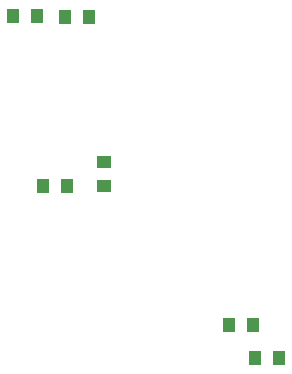
<source format=gbp>
%FSLAX24Y24*%
%MOIN*%
G70*
G01*
G75*
G04 Layer_Color=128*
%ADD10R,0.0400X0.0500*%
%ADD11R,0.0200X0.0500*%
%ADD12C,0.0236*%
%ADD13C,0.0315*%
%ADD14R,0.1200X0.1200*%
%ADD15C,0.1200*%
%ADD16O,0.0787X0.0591*%
%ADD17O,0.1500X0.0700*%
%ADD18R,0.1500X0.0700*%
%ADD19C,0.0700*%
%ADD20C,0.2362*%
%ADD21C,0.0620*%
%ADD22C,0.0500*%
%ADD23R,0.0500X0.0400*%
%ADD24C,0.0787*%
%ADD25C,0.1181*%
%ADD26C,0.0984*%
%ADD27C,0.0591*%
%ADD28C,0.0100*%
%ADD29C,0.0039*%
%ADD30C,0.0120*%
%ADD31C,0.0020*%
%ADD32R,0.0480X0.0580*%
%ADD33R,0.0280X0.0580*%
%ADD34R,0.1280X0.1280*%
%ADD35C,0.1280*%
%ADD36O,0.0867X0.0671*%
%ADD37O,0.1580X0.0780*%
%ADD38R,0.1580X0.0780*%
%ADD39C,0.0780*%
%ADD40C,0.2442*%
%ADD41C,0.0580*%
%ADD42R,0.0580X0.0480*%
%ADD43C,0.0020*%
G54D10*
X-31120Y8170D02*
D03*
X-31920D02*
D03*
X-29380Y8140D02*
D03*
X-30180D02*
D03*
X-30910Y2520D02*
D03*
X-30110D02*
D03*
X-23920Y-2110D02*
D03*
X-24720D02*
D03*
X-23060Y-3210D02*
D03*
X-23860D02*
D03*
G54D23*
X-28900Y3320D02*
D03*
Y2520D02*
D03*
M02*

</source>
